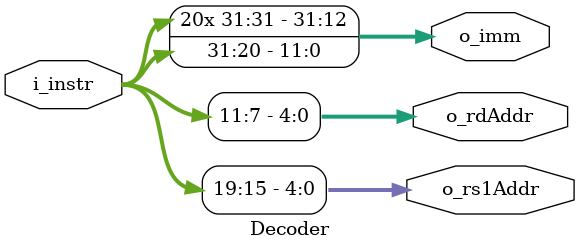
<source format=sv>
`timescale 1ns / 1ps

module Decoder (
  input  logic [31:0] i_instr  ,
  output logic [ 4:0] o_rs1Addr,
  output logic [ 4:0] o_rdAddr ,
  output logic [31:0] o_imm
);

  assign o_rs1Addr = i_instr[19:15];
  assign o_rdAddr  = i_instr[11: 7];
  assign o_imm     = 32'(signed'(i_instr[31:20]));

`ifdef LOG_DECODER
  logic signed [31:0] simm;
  assign simm = signed'(o_imm);
  
  always @(i_instr) begin
    if (i_instr[6:0] == 7'b0010011 && i_instr[14:12] == 3'b000) begin
      $strobe("At time %t, ADDI x%0h, x%0h, %0d", $time, o_rdAddr, o_rs1Addr, simm);
    end else begin
      $strobe("At time %t, Unknown Instruction", $time);
    end
  end
`endif

endmodule
</source>
